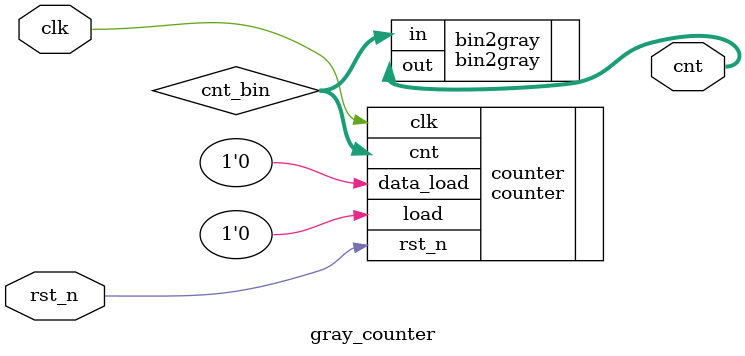
<source format=v>
module gray_counter #(
    parameter WIDTH = 4
) (
    input clk,
    input rst_n,
    output [WIDTH - 1 : 0] cnt
);
  wire [WIDTH - 1 : 0] cnt_bin;

  counter #(.WIDTH (WIDTH)) counter (
    .clk (clk),
    .rst_n (rst_n),
    .data_load (1'b0),
    .load (1'b0),
    .cnt (cnt_bin)
  );

  bin2gray #(.WIDTH (WIDTH)) bin2gray (
    .in (cnt_bin),
    .out (cnt)
  );
endmodule
</source>
